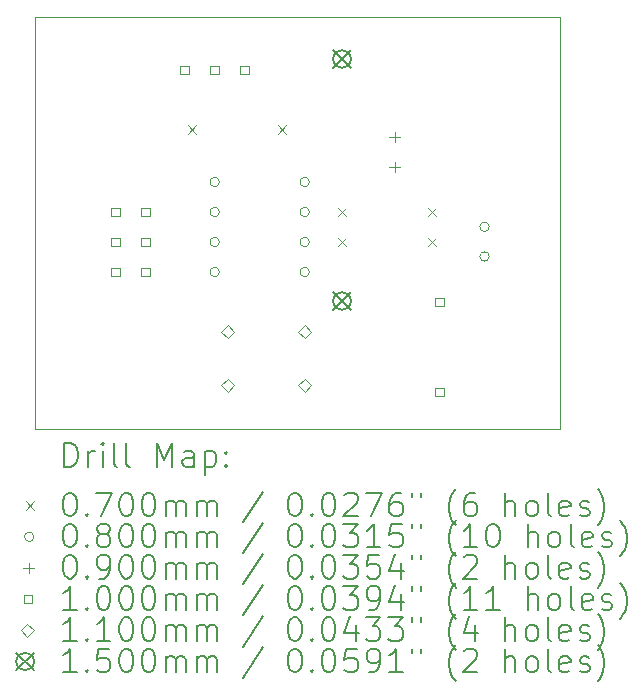
<source format=gbr>
%TF.GenerationSoftware,KiCad,Pcbnew,6.0.8-1.fc36*%
%TF.CreationDate,2022-10-16T22:19:36-05:00*%
%TF.ProjectId,Pomodoro,506f6d6f-646f-4726-9f2e-6b696361645f,rev?*%
%TF.SameCoordinates,Original*%
%TF.FileFunction,Drillmap*%
%TF.FilePolarity,Positive*%
%FSLAX45Y45*%
G04 Gerber Fmt 4.5, Leading zero omitted, Abs format (unit mm)*
G04 Created by KiCad (PCBNEW 6.0.8-1.fc36) date 2022-10-16 22:19:36*
%MOMM*%
%LPD*%
G01*
G04 APERTURE LIST*
%ADD10C,0.100000*%
%ADD11C,0.200000*%
%ADD12C,0.070000*%
%ADD13C,0.080000*%
%ADD14C,0.090000*%
%ADD15C,0.110000*%
%ADD16C,0.150000*%
G04 APERTURE END LIST*
D10*
X11430000Y-13398500D02*
X6985000Y-13398500D01*
X6985000Y-13398500D02*
X6985000Y-9906000D01*
X6985000Y-9906000D02*
X11430000Y-9906000D01*
X11430000Y-9906000D02*
X11430000Y-13398500D01*
D11*
D12*
X8283500Y-10823500D02*
X8353500Y-10893500D01*
X8353500Y-10823500D02*
X8283500Y-10893500D01*
X9045500Y-10823500D02*
X9115500Y-10893500D01*
X9115500Y-10823500D02*
X9045500Y-10893500D01*
X9553500Y-11522000D02*
X9623500Y-11592000D01*
X9623500Y-11522000D02*
X9553500Y-11592000D01*
X9553500Y-11776000D02*
X9623500Y-11846000D01*
X9623500Y-11776000D02*
X9553500Y-11846000D01*
X10315500Y-11522000D02*
X10385500Y-11592000D01*
X10385500Y-11522000D02*
X10315500Y-11592000D01*
X10315500Y-11776000D02*
X10385500Y-11846000D01*
X10385500Y-11776000D02*
X10315500Y-11846000D01*
D13*
X8550000Y-11304000D02*
G75*
G03*
X8550000Y-11304000I-40000J0D01*
G01*
X8550000Y-11558000D02*
G75*
G03*
X8550000Y-11558000I-40000J0D01*
G01*
X8550000Y-11812000D02*
G75*
G03*
X8550000Y-11812000I-40000J0D01*
G01*
X8550000Y-12066000D02*
G75*
G03*
X8550000Y-12066000I-40000J0D01*
G01*
X9312000Y-11304000D02*
G75*
G03*
X9312000Y-11304000I-40000J0D01*
G01*
X9312000Y-11558000D02*
G75*
G03*
X9312000Y-11558000I-40000J0D01*
G01*
X9312000Y-11812000D02*
G75*
G03*
X9312000Y-11812000I-40000J0D01*
G01*
X9312000Y-12066000D02*
G75*
G03*
X9312000Y-12066000I-40000J0D01*
G01*
X10835000Y-11684000D02*
G75*
G03*
X10835000Y-11684000I-40000J0D01*
G01*
X10835000Y-11934000D02*
G75*
G03*
X10835000Y-11934000I-40000J0D01*
G01*
D14*
X10033000Y-10876500D02*
X10033000Y-10966500D01*
X9988000Y-10921500D02*
X10078000Y-10921500D01*
X10033000Y-11130500D02*
X10033000Y-11220500D01*
X9988000Y-11175500D02*
X10078000Y-11175500D01*
D10*
X7707106Y-11591856D02*
X7707106Y-11521144D01*
X7636394Y-11521144D01*
X7636394Y-11591856D01*
X7707106Y-11591856D01*
X7707106Y-11845856D02*
X7707106Y-11775144D01*
X7636394Y-11775144D01*
X7636394Y-11845856D01*
X7707106Y-11845856D01*
X7707106Y-12099856D02*
X7707106Y-12029144D01*
X7636394Y-12029144D01*
X7636394Y-12099856D01*
X7707106Y-12099856D01*
X7961106Y-11591856D02*
X7961106Y-11521144D01*
X7890394Y-11521144D01*
X7890394Y-11591856D01*
X7961106Y-11591856D01*
X7961106Y-11845856D02*
X7961106Y-11775144D01*
X7890394Y-11775144D01*
X7890394Y-11845856D01*
X7961106Y-11845856D01*
X7961106Y-12099856D02*
X7961106Y-12029144D01*
X7890394Y-12029144D01*
X7890394Y-12099856D01*
X7961106Y-12099856D01*
X8290356Y-10388356D02*
X8290356Y-10317644D01*
X8219644Y-10317644D01*
X8219644Y-10388356D01*
X8290356Y-10388356D01*
X8544356Y-10388356D02*
X8544356Y-10317644D01*
X8473644Y-10317644D01*
X8473644Y-10388356D01*
X8544356Y-10388356D01*
X8798356Y-10388356D02*
X8798356Y-10317644D01*
X8727644Y-10317644D01*
X8727644Y-10388356D01*
X8798356Y-10388356D01*
X10449356Y-12355356D02*
X10449356Y-12284644D01*
X10378644Y-12284644D01*
X10378644Y-12355356D01*
X10449356Y-12355356D01*
X10449356Y-13115356D02*
X10449356Y-13044644D01*
X10378644Y-13044644D01*
X10378644Y-13115356D01*
X10449356Y-13115356D01*
D15*
X8621000Y-12628000D02*
X8676000Y-12573000D01*
X8621000Y-12518000D01*
X8566000Y-12573000D01*
X8621000Y-12628000D01*
X8621000Y-13078000D02*
X8676000Y-13023000D01*
X8621000Y-12968000D01*
X8566000Y-13023000D01*
X8621000Y-13078000D01*
X9271000Y-12628000D02*
X9326000Y-12573000D01*
X9271000Y-12518000D01*
X9216000Y-12573000D01*
X9271000Y-12628000D01*
X9271000Y-13078000D02*
X9326000Y-13023000D01*
X9271000Y-12968000D01*
X9216000Y-13023000D01*
X9271000Y-13078000D01*
D16*
X9513500Y-10187892D02*
X9663500Y-10337892D01*
X9663500Y-10187892D02*
X9513500Y-10337892D01*
X9663500Y-10262892D02*
G75*
G03*
X9663500Y-10262892I-75000J0D01*
G01*
X9513500Y-12236892D02*
X9663500Y-12386892D01*
X9663500Y-12236892D02*
X9513500Y-12386892D01*
X9663500Y-12311892D02*
G75*
G03*
X9663500Y-12311892I-75000J0D01*
G01*
D11*
X7237619Y-13713976D02*
X7237619Y-13513976D01*
X7285238Y-13513976D01*
X7313809Y-13523500D01*
X7332857Y-13542548D01*
X7342381Y-13561595D01*
X7351905Y-13599690D01*
X7351905Y-13628262D01*
X7342381Y-13666357D01*
X7332857Y-13685405D01*
X7313809Y-13704452D01*
X7285238Y-13713976D01*
X7237619Y-13713976D01*
X7437619Y-13713976D02*
X7437619Y-13580643D01*
X7437619Y-13618738D02*
X7447143Y-13599690D01*
X7456667Y-13590167D01*
X7475714Y-13580643D01*
X7494762Y-13580643D01*
X7561428Y-13713976D02*
X7561428Y-13580643D01*
X7561428Y-13513976D02*
X7551905Y-13523500D01*
X7561428Y-13533024D01*
X7570952Y-13523500D01*
X7561428Y-13513976D01*
X7561428Y-13533024D01*
X7685238Y-13713976D02*
X7666190Y-13704452D01*
X7656667Y-13685405D01*
X7656667Y-13513976D01*
X7790000Y-13713976D02*
X7770952Y-13704452D01*
X7761428Y-13685405D01*
X7761428Y-13513976D01*
X8018571Y-13713976D02*
X8018571Y-13513976D01*
X8085238Y-13656833D01*
X8151905Y-13513976D01*
X8151905Y-13713976D01*
X8332857Y-13713976D02*
X8332857Y-13609214D01*
X8323333Y-13590167D01*
X8304286Y-13580643D01*
X8266190Y-13580643D01*
X8247143Y-13590167D01*
X8332857Y-13704452D02*
X8313809Y-13713976D01*
X8266190Y-13713976D01*
X8247143Y-13704452D01*
X8237619Y-13685405D01*
X8237619Y-13666357D01*
X8247143Y-13647309D01*
X8266190Y-13637786D01*
X8313809Y-13637786D01*
X8332857Y-13628262D01*
X8428095Y-13580643D02*
X8428095Y-13780643D01*
X8428095Y-13590167D02*
X8447143Y-13580643D01*
X8485238Y-13580643D01*
X8504286Y-13590167D01*
X8513810Y-13599690D01*
X8523333Y-13618738D01*
X8523333Y-13675881D01*
X8513810Y-13694928D01*
X8504286Y-13704452D01*
X8485238Y-13713976D01*
X8447143Y-13713976D01*
X8428095Y-13704452D01*
X8609048Y-13694928D02*
X8618571Y-13704452D01*
X8609048Y-13713976D01*
X8599524Y-13704452D01*
X8609048Y-13694928D01*
X8609048Y-13713976D01*
X8609048Y-13590167D02*
X8618571Y-13599690D01*
X8609048Y-13609214D01*
X8599524Y-13599690D01*
X8609048Y-13590167D01*
X8609048Y-13609214D01*
D12*
X6910000Y-14008500D02*
X6980000Y-14078500D01*
X6980000Y-14008500D02*
X6910000Y-14078500D01*
D11*
X7275714Y-13933976D02*
X7294762Y-13933976D01*
X7313809Y-13943500D01*
X7323333Y-13953024D01*
X7332857Y-13972071D01*
X7342381Y-14010167D01*
X7342381Y-14057786D01*
X7332857Y-14095881D01*
X7323333Y-14114928D01*
X7313809Y-14124452D01*
X7294762Y-14133976D01*
X7275714Y-14133976D01*
X7256667Y-14124452D01*
X7247143Y-14114928D01*
X7237619Y-14095881D01*
X7228095Y-14057786D01*
X7228095Y-14010167D01*
X7237619Y-13972071D01*
X7247143Y-13953024D01*
X7256667Y-13943500D01*
X7275714Y-13933976D01*
X7428095Y-14114928D02*
X7437619Y-14124452D01*
X7428095Y-14133976D01*
X7418571Y-14124452D01*
X7428095Y-14114928D01*
X7428095Y-14133976D01*
X7504286Y-13933976D02*
X7637619Y-13933976D01*
X7551905Y-14133976D01*
X7751905Y-13933976D02*
X7770952Y-13933976D01*
X7790000Y-13943500D01*
X7799524Y-13953024D01*
X7809048Y-13972071D01*
X7818571Y-14010167D01*
X7818571Y-14057786D01*
X7809048Y-14095881D01*
X7799524Y-14114928D01*
X7790000Y-14124452D01*
X7770952Y-14133976D01*
X7751905Y-14133976D01*
X7732857Y-14124452D01*
X7723333Y-14114928D01*
X7713809Y-14095881D01*
X7704286Y-14057786D01*
X7704286Y-14010167D01*
X7713809Y-13972071D01*
X7723333Y-13953024D01*
X7732857Y-13943500D01*
X7751905Y-13933976D01*
X7942381Y-13933976D02*
X7961428Y-13933976D01*
X7980476Y-13943500D01*
X7990000Y-13953024D01*
X7999524Y-13972071D01*
X8009048Y-14010167D01*
X8009048Y-14057786D01*
X7999524Y-14095881D01*
X7990000Y-14114928D01*
X7980476Y-14124452D01*
X7961428Y-14133976D01*
X7942381Y-14133976D01*
X7923333Y-14124452D01*
X7913809Y-14114928D01*
X7904286Y-14095881D01*
X7894762Y-14057786D01*
X7894762Y-14010167D01*
X7904286Y-13972071D01*
X7913809Y-13953024D01*
X7923333Y-13943500D01*
X7942381Y-13933976D01*
X8094762Y-14133976D02*
X8094762Y-14000643D01*
X8094762Y-14019690D02*
X8104286Y-14010167D01*
X8123333Y-14000643D01*
X8151905Y-14000643D01*
X8170952Y-14010167D01*
X8180476Y-14029214D01*
X8180476Y-14133976D01*
X8180476Y-14029214D02*
X8190000Y-14010167D01*
X8209048Y-14000643D01*
X8237619Y-14000643D01*
X8256667Y-14010167D01*
X8266190Y-14029214D01*
X8266190Y-14133976D01*
X8361428Y-14133976D02*
X8361428Y-14000643D01*
X8361428Y-14019690D02*
X8370952Y-14010167D01*
X8390000Y-14000643D01*
X8418571Y-14000643D01*
X8437619Y-14010167D01*
X8447143Y-14029214D01*
X8447143Y-14133976D01*
X8447143Y-14029214D02*
X8456667Y-14010167D01*
X8475714Y-14000643D01*
X8504286Y-14000643D01*
X8523333Y-14010167D01*
X8532857Y-14029214D01*
X8532857Y-14133976D01*
X8923333Y-13924452D02*
X8751905Y-14181595D01*
X9180476Y-13933976D02*
X9199524Y-13933976D01*
X9218571Y-13943500D01*
X9228095Y-13953024D01*
X9237619Y-13972071D01*
X9247143Y-14010167D01*
X9247143Y-14057786D01*
X9237619Y-14095881D01*
X9228095Y-14114928D01*
X9218571Y-14124452D01*
X9199524Y-14133976D01*
X9180476Y-14133976D01*
X9161429Y-14124452D01*
X9151905Y-14114928D01*
X9142381Y-14095881D01*
X9132857Y-14057786D01*
X9132857Y-14010167D01*
X9142381Y-13972071D01*
X9151905Y-13953024D01*
X9161429Y-13943500D01*
X9180476Y-13933976D01*
X9332857Y-14114928D02*
X9342381Y-14124452D01*
X9332857Y-14133976D01*
X9323333Y-14124452D01*
X9332857Y-14114928D01*
X9332857Y-14133976D01*
X9466190Y-13933976D02*
X9485238Y-13933976D01*
X9504286Y-13943500D01*
X9513810Y-13953024D01*
X9523333Y-13972071D01*
X9532857Y-14010167D01*
X9532857Y-14057786D01*
X9523333Y-14095881D01*
X9513810Y-14114928D01*
X9504286Y-14124452D01*
X9485238Y-14133976D01*
X9466190Y-14133976D01*
X9447143Y-14124452D01*
X9437619Y-14114928D01*
X9428095Y-14095881D01*
X9418571Y-14057786D01*
X9418571Y-14010167D01*
X9428095Y-13972071D01*
X9437619Y-13953024D01*
X9447143Y-13943500D01*
X9466190Y-13933976D01*
X9609048Y-13953024D02*
X9618571Y-13943500D01*
X9637619Y-13933976D01*
X9685238Y-13933976D01*
X9704286Y-13943500D01*
X9713810Y-13953024D01*
X9723333Y-13972071D01*
X9723333Y-13991119D01*
X9713810Y-14019690D01*
X9599524Y-14133976D01*
X9723333Y-14133976D01*
X9790000Y-13933976D02*
X9923333Y-13933976D01*
X9837619Y-14133976D01*
X10085238Y-13933976D02*
X10047143Y-13933976D01*
X10028095Y-13943500D01*
X10018571Y-13953024D01*
X9999524Y-13981595D01*
X9990000Y-14019690D01*
X9990000Y-14095881D01*
X9999524Y-14114928D01*
X10009048Y-14124452D01*
X10028095Y-14133976D01*
X10066190Y-14133976D01*
X10085238Y-14124452D01*
X10094762Y-14114928D01*
X10104286Y-14095881D01*
X10104286Y-14048262D01*
X10094762Y-14029214D01*
X10085238Y-14019690D01*
X10066190Y-14010167D01*
X10028095Y-14010167D01*
X10009048Y-14019690D01*
X9999524Y-14029214D01*
X9990000Y-14048262D01*
X10180476Y-13933976D02*
X10180476Y-13972071D01*
X10256667Y-13933976D02*
X10256667Y-13972071D01*
X10551905Y-14210167D02*
X10542381Y-14200643D01*
X10523333Y-14172071D01*
X10513810Y-14153024D01*
X10504286Y-14124452D01*
X10494762Y-14076833D01*
X10494762Y-14038738D01*
X10504286Y-13991119D01*
X10513810Y-13962548D01*
X10523333Y-13943500D01*
X10542381Y-13914928D01*
X10551905Y-13905405D01*
X10713810Y-13933976D02*
X10675714Y-13933976D01*
X10656667Y-13943500D01*
X10647143Y-13953024D01*
X10628095Y-13981595D01*
X10618571Y-14019690D01*
X10618571Y-14095881D01*
X10628095Y-14114928D01*
X10637619Y-14124452D01*
X10656667Y-14133976D01*
X10694762Y-14133976D01*
X10713810Y-14124452D01*
X10723333Y-14114928D01*
X10732857Y-14095881D01*
X10732857Y-14048262D01*
X10723333Y-14029214D01*
X10713810Y-14019690D01*
X10694762Y-14010167D01*
X10656667Y-14010167D01*
X10637619Y-14019690D01*
X10628095Y-14029214D01*
X10618571Y-14048262D01*
X10970952Y-14133976D02*
X10970952Y-13933976D01*
X11056667Y-14133976D02*
X11056667Y-14029214D01*
X11047143Y-14010167D01*
X11028095Y-14000643D01*
X10999524Y-14000643D01*
X10980476Y-14010167D01*
X10970952Y-14019690D01*
X11180476Y-14133976D02*
X11161429Y-14124452D01*
X11151905Y-14114928D01*
X11142381Y-14095881D01*
X11142381Y-14038738D01*
X11151905Y-14019690D01*
X11161429Y-14010167D01*
X11180476Y-14000643D01*
X11209048Y-14000643D01*
X11228095Y-14010167D01*
X11237619Y-14019690D01*
X11247143Y-14038738D01*
X11247143Y-14095881D01*
X11237619Y-14114928D01*
X11228095Y-14124452D01*
X11209048Y-14133976D01*
X11180476Y-14133976D01*
X11361428Y-14133976D02*
X11342381Y-14124452D01*
X11332857Y-14105405D01*
X11332857Y-13933976D01*
X11513809Y-14124452D02*
X11494762Y-14133976D01*
X11456667Y-14133976D01*
X11437619Y-14124452D01*
X11428095Y-14105405D01*
X11428095Y-14029214D01*
X11437619Y-14010167D01*
X11456667Y-14000643D01*
X11494762Y-14000643D01*
X11513809Y-14010167D01*
X11523333Y-14029214D01*
X11523333Y-14048262D01*
X11428095Y-14067309D01*
X11599524Y-14124452D02*
X11618571Y-14133976D01*
X11656667Y-14133976D01*
X11675714Y-14124452D01*
X11685238Y-14105405D01*
X11685238Y-14095881D01*
X11675714Y-14076833D01*
X11656667Y-14067309D01*
X11628095Y-14067309D01*
X11609048Y-14057786D01*
X11599524Y-14038738D01*
X11599524Y-14029214D01*
X11609048Y-14010167D01*
X11628095Y-14000643D01*
X11656667Y-14000643D01*
X11675714Y-14010167D01*
X11751905Y-14210167D02*
X11761428Y-14200643D01*
X11780476Y-14172071D01*
X11790000Y-14153024D01*
X11799524Y-14124452D01*
X11809048Y-14076833D01*
X11809048Y-14038738D01*
X11799524Y-13991119D01*
X11790000Y-13962548D01*
X11780476Y-13943500D01*
X11761428Y-13914928D01*
X11751905Y-13905405D01*
D13*
X6980000Y-14307500D02*
G75*
G03*
X6980000Y-14307500I-40000J0D01*
G01*
D11*
X7275714Y-14197976D02*
X7294762Y-14197976D01*
X7313809Y-14207500D01*
X7323333Y-14217024D01*
X7332857Y-14236071D01*
X7342381Y-14274167D01*
X7342381Y-14321786D01*
X7332857Y-14359881D01*
X7323333Y-14378928D01*
X7313809Y-14388452D01*
X7294762Y-14397976D01*
X7275714Y-14397976D01*
X7256667Y-14388452D01*
X7247143Y-14378928D01*
X7237619Y-14359881D01*
X7228095Y-14321786D01*
X7228095Y-14274167D01*
X7237619Y-14236071D01*
X7247143Y-14217024D01*
X7256667Y-14207500D01*
X7275714Y-14197976D01*
X7428095Y-14378928D02*
X7437619Y-14388452D01*
X7428095Y-14397976D01*
X7418571Y-14388452D01*
X7428095Y-14378928D01*
X7428095Y-14397976D01*
X7551905Y-14283690D02*
X7532857Y-14274167D01*
X7523333Y-14264643D01*
X7513809Y-14245595D01*
X7513809Y-14236071D01*
X7523333Y-14217024D01*
X7532857Y-14207500D01*
X7551905Y-14197976D01*
X7590000Y-14197976D01*
X7609048Y-14207500D01*
X7618571Y-14217024D01*
X7628095Y-14236071D01*
X7628095Y-14245595D01*
X7618571Y-14264643D01*
X7609048Y-14274167D01*
X7590000Y-14283690D01*
X7551905Y-14283690D01*
X7532857Y-14293214D01*
X7523333Y-14302738D01*
X7513809Y-14321786D01*
X7513809Y-14359881D01*
X7523333Y-14378928D01*
X7532857Y-14388452D01*
X7551905Y-14397976D01*
X7590000Y-14397976D01*
X7609048Y-14388452D01*
X7618571Y-14378928D01*
X7628095Y-14359881D01*
X7628095Y-14321786D01*
X7618571Y-14302738D01*
X7609048Y-14293214D01*
X7590000Y-14283690D01*
X7751905Y-14197976D02*
X7770952Y-14197976D01*
X7790000Y-14207500D01*
X7799524Y-14217024D01*
X7809048Y-14236071D01*
X7818571Y-14274167D01*
X7818571Y-14321786D01*
X7809048Y-14359881D01*
X7799524Y-14378928D01*
X7790000Y-14388452D01*
X7770952Y-14397976D01*
X7751905Y-14397976D01*
X7732857Y-14388452D01*
X7723333Y-14378928D01*
X7713809Y-14359881D01*
X7704286Y-14321786D01*
X7704286Y-14274167D01*
X7713809Y-14236071D01*
X7723333Y-14217024D01*
X7732857Y-14207500D01*
X7751905Y-14197976D01*
X7942381Y-14197976D02*
X7961428Y-14197976D01*
X7980476Y-14207500D01*
X7990000Y-14217024D01*
X7999524Y-14236071D01*
X8009048Y-14274167D01*
X8009048Y-14321786D01*
X7999524Y-14359881D01*
X7990000Y-14378928D01*
X7980476Y-14388452D01*
X7961428Y-14397976D01*
X7942381Y-14397976D01*
X7923333Y-14388452D01*
X7913809Y-14378928D01*
X7904286Y-14359881D01*
X7894762Y-14321786D01*
X7894762Y-14274167D01*
X7904286Y-14236071D01*
X7913809Y-14217024D01*
X7923333Y-14207500D01*
X7942381Y-14197976D01*
X8094762Y-14397976D02*
X8094762Y-14264643D01*
X8094762Y-14283690D02*
X8104286Y-14274167D01*
X8123333Y-14264643D01*
X8151905Y-14264643D01*
X8170952Y-14274167D01*
X8180476Y-14293214D01*
X8180476Y-14397976D01*
X8180476Y-14293214D02*
X8190000Y-14274167D01*
X8209048Y-14264643D01*
X8237619Y-14264643D01*
X8256667Y-14274167D01*
X8266190Y-14293214D01*
X8266190Y-14397976D01*
X8361428Y-14397976D02*
X8361428Y-14264643D01*
X8361428Y-14283690D02*
X8370952Y-14274167D01*
X8390000Y-14264643D01*
X8418571Y-14264643D01*
X8437619Y-14274167D01*
X8447143Y-14293214D01*
X8447143Y-14397976D01*
X8447143Y-14293214D02*
X8456667Y-14274167D01*
X8475714Y-14264643D01*
X8504286Y-14264643D01*
X8523333Y-14274167D01*
X8532857Y-14293214D01*
X8532857Y-14397976D01*
X8923333Y-14188452D02*
X8751905Y-14445595D01*
X9180476Y-14197976D02*
X9199524Y-14197976D01*
X9218571Y-14207500D01*
X9228095Y-14217024D01*
X9237619Y-14236071D01*
X9247143Y-14274167D01*
X9247143Y-14321786D01*
X9237619Y-14359881D01*
X9228095Y-14378928D01*
X9218571Y-14388452D01*
X9199524Y-14397976D01*
X9180476Y-14397976D01*
X9161429Y-14388452D01*
X9151905Y-14378928D01*
X9142381Y-14359881D01*
X9132857Y-14321786D01*
X9132857Y-14274167D01*
X9142381Y-14236071D01*
X9151905Y-14217024D01*
X9161429Y-14207500D01*
X9180476Y-14197976D01*
X9332857Y-14378928D02*
X9342381Y-14388452D01*
X9332857Y-14397976D01*
X9323333Y-14388452D01*
X9332857Y-14378928D01*
X9332857Y-14397976D01*
X9466190Y-14197976D02*
X9485238Y-14197976D01*
X9504286Y-14207500D01*
X9513810Y-14217024D01*
X9523333Y-14236071D01*
X9532857Y-14274167D01*
X9532857Y-14321786D01*
X9523333Y-14359881D01*
X9513810Y-14378928D01*
X9504286Y-14388452D01*
X9485238Y-14397976D01*
X9466190Y-14397976D01*
X9447143Y-14388452D01*
X9437619Y-14378928D01*
X9428095Y-14359881D01*
X9418571Y-14321786D01*
X9418571Y-14274167D01*
X9428095Y-14236071D01*
X9437619Y-14217024D01*
X9447143Y-14207500D01*
X9466190Y-14197976D01*
X9599524Y-14197976D02*
X9723333Y-14197976D01*
X9656667Y-14274167D01*
X9685238Y-14274167D01*
X9704286Y-14283690D01*
X9713810Y-14293214D01*
X9723333Y-14312262D01*
X9723333Y-14359881D01*
X9713810Y-14378928D01*
X9704286Y-14388452D01*
X9685238Y-14397976D01*
X9628095Y-14397976D01*
X9609048Y-14388452D01*
X9599524Y-14378928D01*
X9913810Y-14397976D02*
X9799524Y-14397976D01*
X9856667Y-14397976D02*
X9856667Y-14197976D01*
X9837619Y-14226548D01*
X9818571Y-14245595D01*
X9799524Y-14255119D01*
X10094762Y-14197976D02*
X9999524Y-14197976D01*
X9990000Y-14293214D01*
X9999524Y-14283690D01*
X10018571Y-14274167D01*
X10066190Y-14274167D01*
X10085238Y-14283690D01*
X10094762Y-14293214D01*
X10104286Y-14312262D01*
X10104286Y-14359881D01*
X10094762Y-14378928D01*
X10085238Y-14388452D01*
X10066190Y-14397976D01*
X10018571Y-14397976D01*
X9999524Y-14388452D01*
X9990000Y-14378928D01*
X10180476Y-14197976D02*
X10180476Y-14236071D01*
X10256667Y-14197976D02*
X10256667Y-14236071D01*
X10551905Y-14474167D02*
X10542381Y-14464643D01*
X10523333Y-14436071D01*
X10513810Y-14417024D01*
X10504286Y-14388452D01*
X10494762Y-14340833D01*
X10494762Y-14302738D01*
X10504286Y-14255119D01*
X10513810Y-14226548D01*
X10523333Y-14207500D01*
X10542381Y-14178928D01*
X10551905Y-14169405D01*
X10732857Y-14397976D02*
X10618571Y-14397976D01*
X10675714Y-14397976D02*
X10675714Y-14197976D01*
X10656667Y-14226548D01*
X10637619Y-14245595D01*
X10618571Y-14255119D01*
X10856667Y-14197976D02*
X10875714Y-14197976D01*
X10894762Y-14207500D01*
X10904286Y-14217024D01*
X10913810Y-14236071D01*
X10923333Y-14274167D01*
X10923333Y-14321786D01*
X10913810Y-14359881D01*
X10904286Y-14378928D01*
X10894762Y-14388452D01*
X10875714Y-14397976D01*
X10856667Y-14397976D01*
X10837619Y-14388452D01*
X10828095Y-14378928D01*
X10818571Y-14359881D01*
X10809048Y-14321786D01*
X10809048Y-14274167D01*
X10818571Y-14236071D01*
X10828095Y-14217024D01*
X10837619Y-14207500D01*
X10856667Y-14197976D01*
X11161429Y-14397976D02*
X11161429Y-14197976D01*
X11247143Y-14397976D02*
X11247143Y-14293214D01*
X11237619Y-14274167D01*
X11218571Y-14264643D01*
X11190000Y-14264643D01*
X11170952Y-14274167D01*
X11161429Y-14283690D01*
X11370952Y-14397976D02*
X11351905Y-14388452D01*
X11342381Y-14378928D01*
X11332857Y-14359881D01*
X11332857Y-14302738D01*
X11342381Y-14283690D01*
X11351905Y-14274167D01*
X11370952Y-14264643D01*
X11399524Y-14264643D01*
X11418571Y-14274167D01*
X11428095Y-14283690D01*
X11437619Y-14302738D01*
X11437619Y-14359881D01*
X11428095Y-14378928D01*
X11418571Y-14388452D01*
X11399524Y-14397976D01*
X11370952Y-14397976D01*
X11551905Y-14397976D02*
X11532857Y-14388452D01*
X11523333Y-14369405D01*
X11523333Y-14197976D01*
X11704286Y-14388452D02*
X11685238Y-14397976D01*
X11647143Y-14397976D01*
X11628095Y-14388452D01*
X11618571Y-14369405D01*
X11618571Y-14293214D01*
X11628095Y-14274167D01*
X11647143Y-14264643D01*
X11685238Y-14264643D01*
X11704286Y-14274167D01*
X11713809Y-14293214D01*
X11713809Y-14312262D01*
X11618571Y-14331309D01*
X11790000Y-14388452D02*
X11809048Y-14397976D01*
X11847143Y-14397976D01*
X11866190Y-14388452D01*
X11875714Y-14369405D01*
X11875714Y-14359881D01*
X11866190Y-14340833D01*
X11847143Y-14331309D01*
X11818571Y-14331309D01*
X11799524Y-14321786D01*
X11790000Y-14302738D01*
X11790000Y-14293214D01*
X11799524Y-14274167D01*
X11818571Y-14264643D01*
X11847143Y-14264643D01*
X11866190Y-14274167D01*
X11942381Y-14474167D02*
X11951905Y-14464643D01*
X11970952Y-14436071D01*
X11980476Y-14417024D01*
X11990000Y-14388452D01*
X11999524Y-14340833D01*
X11999524Y-14302738D01*
X11990000Y-14255119D01*
X11980476Y-14226548D01*
X11970952Y-14207500D01*
X11951905Y-14178928D01*
X11942381Y-14169405D01*
D14*
X6935000Y-14526500D02*
X6935000Y-14616500D01*
X6890000Y-14571500D02*
X6980000Y-14571500D01*
D11*
X7275714Y-14461976D02*
X7294762Y-14461976D01*
X7313809Y-14471500D01*
X7323333Y-14481024D01*
X7332857Y-14500071D01*
X7342381Y-14538167D01*
X7342381Y-14585786D01*
X7332857Y-14623881D01*
X7323333Y-14642928D01*
X7313809Y-14652452D01*
X7294762Y-14661976D01*
X7275714Y-14661976D01*
X7256667Y-14652452D01*
X7247143Y-14642928D01*
X7237619Y-14623881D01*
X7228095Y-14585786D01*
X7228095Y-14538167D01*
X7237619Y-14500071D01*
X7247143Y-14481024D01*
X7256667Y-14471500D01*
X7275714Y-14461976D01*
X7428095Y-14642928D02*
X7437619Y-14652452D01*
X7428095Y-14661976D01*
X7418571Y-14652452D01*
X7428095Y-14642928D01*
X7428095Y-14661976D01*
X7532857Y-14661976D02*
X7570952Y-14661976D01*
X7590000Y-14652452D01*
X7599524Y-14642928D01*
X7618571Y-14614357D01*
X7628095Y-14576262D01*
X7628095Y-14500071D01*
X7618571Y-14481024D01*
X7609048Y-14471500D01*
X7590000Y-14461976D01*
X7551905Y-14461976D01*
X7532857Y-14471500D01*
X7523333Y-14481024D01*
X7513809Y-14500071D01*
X7513809Y-14547690D01*
X7523333Y-14566738D01*
X7532857Y-14576262D01*
X7551905Y-14585786D01*
X7590000Y-14585786D01*
X7609048Y-14576262D01*
X7618571Y-14566738D01*
X7628095Y-14547690D01*
X7751905Y-14461976D02*
X7770952Y-14461976D01*
X7790000Y-14471500D01*
X7799524Y-14481024D01*
X7809048Y-14500071D01*
X7818571Y-14538167D01*
X7818571Y-14585786D01*
X7809048Y-14623881D01*
X7799524Y-14642928D01*
X7790000Y-14652452D01*
X7770952Y-14661976D01*
X7751905Y-14661976D01*
X7732857Y-14652452D01*
X7723333Y-14642928D01*
X7713809Y-14623881D01*
X7704286Y-14585786D01*
X7704286Y-14538167D01*
X7713809Y-14500071D01*
X7723333Y-14481024D01*
X7732857Y-14471500D01*
X7751905Y-14461976D01*
X7942381Y-14461976D02*
X7961428Y-14461976D01*
X7980476Y-14471500D01*
X7990000Y-14481024D01*
X7999524Y-14500071D01*
X8009048Y-14538167D01*
X8009048Y-14585786D01*
X7999524Y-14623881D01*
X7990000Y-14642928D01*
X7980476Y-14652452D01*
X7961428Y-14661976D01*
X7942381Y-14661976D01*
X7923333Y-14652452D01*
X7913809Y-14642928D01*
X7904286Y-14623881D01*
X7894762Y-14585786D01*
X7894762Y-14538167D01*
X7904286Y-14500071D01*
X7913809Y-14481024D01*
X7923333Y-14471500D01*
X7942381Y-14461976D01*
X8094762Y-14661976D02*
X8094762Y-14528643D01*
X8094762Y-14547690D02*
X8104286Y-14538167D01*
X8123333Y-14528643D01*
X8151905Y-14528643D01*
X8170952Y-14538167D01*
X8180476Y-14557214D01*
X8180476Y-14661976D01*
X8180476Y-14557214D02*
X8190000Y-14538167D01*
X8209048Y-14528643D01*
X8237619Y-14528643D01*
X8256667Y-14538167D01*
X8266190Y-14557214D01*
X8266190Y-14661976D01*
X8361428Y-14661976D02*
X8361428Y-14528643D01*
X8361428Y-14547690D02*
X8370952Y-14538167D01*
X8390000Y-14528643D01*
X8418571Y-14528643D01*
X8437619Y-14538167D01*
X8447143Y-14557214D01*
X8447143Y-14661976D01*
X8447143Y-14557214D02*
X8456667Y-14538167D01*
X8475714Y-14528643D01*
X8504286Y-14528643D01*
X8523333Y-14538167D01*
X8532857Y-14557214D01*
X8532857Y-14661976D01*
X8923333Y-14452452D02*
X8751905Y-14709595D01*
X9180476Y-14461976D02*
X9199524Y-14461976D01*
X9218571Y-14471500D01*
X9228095Y-14481024D01*
X9237619Y-14500071D01*
X9247143Y-14538167D01*
X9247143Y-14585786D01*
X9237619Y-14623881D01*
X9228095Y-14642928D01*
X9218571Y-14652452D01*
X9199524Y-14661976D01*
X9180476Y-14661976D01*
X9161429Y-14652452D01*
X9151905Y-14642928D01*
X9142381Y-14623881D01*
X9132857Y-14585786D01*
X9132857Y-14538167D01*
X9142381Y-14500071D01*
X9151905Y-14481024D01*
X9161429Y-14471500D01*
X9180476Y-14461976D01*
X9332857Y-14642928D02*
X9342381Y-14652452D01*
X9332857Y-14661976D01*
X9323333Y-14652452D01*
X9332857Y-14642928D01*
X9332857Y-14661976D01*
X9466190Y-14461976D02*
X9485238Y-14461976D01*
X9504286Y-14471500D01*
X9513810Y-14481024D01*
X9523333Y-14500071D01*
X9532857Y-14538167D01*
X9532857Y-14585786D01*
X9523333Y-14623881D01*
X9513810Y-14642928D01*
X9504286Y-14652452D01*
X9485238Y-14661976D01*
X9466190Y-14661976D01*
X9447143Y-14652452D01*
X9437619Y-14642928D01*
X9428095Y-14623881D01*
X9418571Y-14585786D01*
X9418571Y-14538167D01*
X9428095Y-14500071D01*
X9437619Y-14481024D01*
X9447143Y-14471500D01*
X9466190Y-14461976D01*
X9599524Y-14461976D02*
X9723333Y-14461976D01*
X9656667Y-14538167D01*
X9685238Y-14538167D01*
X9704286Y-14547690D01*
X9713810Y-14557214D01*
X9723333Y-14576262D01*
X9723333Y-14623881D01*
X9713810Y-14642928D01*
X9704286Y-14652452D01*
X9685238Y-14661976D01*
X9628095Y-14661976D01*
X9609048Y-14652452D01*
X9599524Y-14642928D01*
X9904286Y-14461976D02*
X9809048Y-14461976D01*
X9799524Y-14557214D01*
X9809048Y-14547690D01*
X9828095Y-14538167D01*
X9875714Y-14538167D01*
X9894762Y-14547690D01*
X9904286Y-14557214D01*
X9913810Y-14576262D01*
X9913810Y-14623881D01*
X9904286Y-14642928D01*
X9894762Y-14652452D01*
X9875714Y-14661976D01*
X9828095Y-14661976D01*
X9809048Y-14652452D01*
X9799524Y-14642928D01*
X10085238Y-14528643D02*
X10085238Y-14661976D01*
X10037619Y-14452452D02*
X9990000Y-14595309D01*
X10113810Y-14595309D01*
X10180476Y-14461976D02*
X10180476Y-14500071D01*
X10256667Y-14461976D02*
X10256667Y-14500071D01*
X10551905Y-14738167D02*
X10542381Y-14728643D01*
X10523333Y-14700071D01*
X10513810Y-14681024D01*
X10504286Y-14652452D01*
X10494762Y-14604833D01*
X10494762Y-14566738D01*
X10504286Y-14519119D01*
X10513810Y-14490548D01*
X10523333Y-14471500D01*
X10542381Y-14442928D01*
X10551905Y-14433405D01*
X10618571Y-14481024D02*
X10628095Y-14471500D01*
X10647143Y-14461976D01*
X10694762Y-14461976D01*
X10713810Y-14471500D01*
X10723333Y-14481024D01*
X10732857Y-14500071D01*
X10732857Y-14519119D01*
X10723333Y-14547690D01*
X10609048Y-14661976D01*
X10732857Y-14661976D01*
X10970952Y-14661976D02*
X10970952Y-14461976D01*
X11056667Y-14661976D02*
X11056667Y-14557214D01*
X11047143Y-14538167D01*
X11028095Y-14528643D01*
X10999524Y-14528643D01*
X10980476Y-14538167D01*
X10970952Y-14547690D01*
X11180476Y-14661976D02*
X11161429Y-14652452D01*
X11151905Y-14642928D01*
X11142381Y-14623881D01*
X11142381Y-14566738D01*
X11151905Y-14547690D01*
X11161429Y-14538167D01*
X11180476Y-14528643D01*
X11209048Y-14528643D01*
X11228095Y-14538167D01*
X11237619Y-14547690D01*
X11247143Y-14566738D01*
X11247143Y-14623881D01*
X11237619Y-14642928D01*
X11228095Y-14652452D01*
X11209048Y-14661976D01*
X11180476Y-14661976D01*
X11361428Y-14661976D02*
X11342381Y-14652452D01*
X11332857Y-14633405D01*
X11332857Y-14461976D01*
X11513809Y-14652452D02*
X11494762Y-14661976D01*
X11456667Y-14661976D01*
X11437619Y-14652452D01*
X11428095Y-14633405D01*
X11428095Y-14557214D01*
X11437619Y-14538167D01*
X11456667Y-14528643D01*
X11494762Y-14528643D01*
X11513809Y-14538167D01*
X11523333Y-14557214D01*
X11523333Y-14576262D01*
X11428095Y-14595309D01*
X11599524Y-14652452D02*
X11618571Y-14661976D01*
X11656667Y-14661976D01*
X11675714Y-14652452D01*
X11685238Y-14633405D01*
X11685238Y-14623881D01*
X11675714Y-14604833D01*
X11656667Y-14595309D01*
X11628095Y-14595309D01*
X11609048Y-14585786D01*
X11599524Y-14566738D01*
X11599524Y-14557214D01*
X11609048Y-14538167D01*
X11628095Y-14528643D01*
X11656667Y-14528643D01*
X11675714Y-14538167D01*
X11751905Y-14738167D02*
X11761428Y-14728643D01*
X11780476Y-14700071D01*
X11790000Y-14681024D01*
X11799524Y-14652452D01*
X11809048Y-14604833D01*
X11809048Y-14566738D01*
X11799524Y-14519119D01*
X11790000Y-14490548D01*
X11780476Y-14471500D01*
X11761428Y-14442928D01*
X11751905Y-14433405D01*
D10*
X6965356Y-14870856D02*
X6965356Y-14800144D01*
X6894644Y-14800144D01*
X6894644Y-14870856D01*
X6965356Y-14870856D01*
D11*
X7342381Y-14925976D02*
X7228095Y-14925976D01*
X7285238Y-14925976D02*
X7285238Y-14725976D01*
X7266190Y-14754548D01*
X7247143Y-14773595D01*
X7228095Y-14783119D01*
X7428095Y-14906928D02*
X7437619Y-14916452D01*
X7428095Y-14925976D01*
X7418571Y-14916452D01*
X7428095Y-14906928D01*
X7428095Y-14925976D01*
X7561428Y-14725976D02*
X7580476Y-14725976D01*
X7599524Y-14735500D01*
X7609048Y-14745024D01*
X7618571Y-14764071D01*
X7628095Y-14802167D01*
X7628095Y-14849786D01*
X7618571Y-14887881D01*
X7609048Y-14906928D01*
X7599524Y-14916452D01*
X7580476Y-14925976D01*
X7561428Y-14925976D01*
X7542381Y-14916452D01*
X7532857Y-14906928D01*
X7523333Y-14887881D01*
X7513809Y-14849786D01*
X7513809Y-14802167D01*
X7523333Y-14764071D01*
X7532857Y-14745024D01*
X7542381Y-14735500D01*
X7561428Y-14725976D01*
X7751905Y-14725976D02*
X7770952Y-14725976D01*
X7790000Y-14735500D01*
X7799524Y-14745024D01*
X7809048Y-14764071D01*
X7818571Y-14802167D01*
X7818571Y-14849786D01*
X7809048Y-14887881D01*
X7799524Y-14906928D01*
X7790000Y-14916452D01*
X7770952Y-14925976D01*
X7751905Y-14925976D01*
X7732857Y-14916452D01*
X7723333Y-14906928D01*
X7713809Y-14887881D01*
X7704286Y-14849786D01*
X7704286Y-14802167D01*
X7713809Y-14764071D01*
X7723333Y-14745024D01*
X7732857Y-14735500D01*
X7751905Y-14725976D01*
X7942381Y-14725976D02*
X7961428Y-14725976D01*
X7980476Y-14735500D01*
X7990000Y-14745024D01*
X7999524Y-14764071D01*
X8009048Y-14802167D01*
X8009048Y-14849786D01*
X7999524Y-14887881D01*
X7990000Y-14906928D01*
X7980476Y-14916452D01*
X7961428Y-14925976D01*
X7942381Y-14925976D01*
X7923333Y-14916452D01*
X7913809Y-14906928D01*
X7904286Y-14887881D01*
X7894762Y-14849786D01*
X7894762Y-14802167D01*
X7904286Y-14764071D01*
X7913809Y-14745024D01*
X7923333Y-14735500D01*
X7942381Y-14725976D01*
X8094762Y-14925976D02*
X8094762Y-14792643D01*
X8094762Y-14811690D02*
X8104286Y-14802167D01*
X8123333Y-14792643D01*
X8151905Y-14792643D01*
X8170952Y-14802167D01*
X8180476Y-14821214D01*
X8180476Y-14925976D01*
X8180476Y-14821214D02*
X8190000Y-14802167D01*
X8209048Y-14792643D01*
X8237619Y-14792643D01*
X8256667Y-14802167D01*
X8266190Y-14821214D01*
X8266190Y-14925976D01*
X8361428Y-14925976D02*
X8361428Y-14792643D01*
X8361428Y-14811690D02*
X8370952Y-14802167D01*
X8390000Y-14792643D01*
X8418571Y-14792643D01*
X8437619Y-14802167D01*
X8447143Y-14821214D01*
X8447143Y-14925976D01*
X8447143Y-14821214D02*
X8456667Y-14802167D01*
X8475714Y-14792643D01*
X8504286Y-14792643D01*
X8523333Y-14802167D01*
X8532857Y-14821214D01*
X8532857Y-14925976D01*
X8923333Y-14716452D02*
X8751905Y-14973595D01*
X9180476Y-14725976D02*
X9199524Y-14725976D01*
X9218571Y-14735500D01*
X9228095Y-14745024D01*
X9237619Y-14764071D01*
X9247143Y-14802167D01*
X9247143Y-14849786D01*
X9237619Y-14887881D01*
X9228095Y-14906928D01*
X9218571Y-14916452D01*
X9199524Y-14925976D01*
X9180476Y-14925976D01*
X9161429Y-14916452D01*
X9151905Y-14906928D01*
X9142381Y-14887881D01*
X9132857Y-14849786D01*
X9132857Y-14802167D01*
X9142381Y-14764071D01*
X9151905Y-14745024D01*
X9161429Y-14735500D01*
X9180476Y-14725976D01*
X9332857Y-14906928D02*
X9342381Y-14916452D01*
X9332857Y-14925976D01*
X9323333Y-14916452D01*
X9332857Y-14906928D01*
X9332857Y-14925976D01*
X9466190Y-14725976D02*
X9485238Y-14725976D01*
X9504286Y-14735500D01*
X9513810Y-14745024D01*
X9523333Y-14764071D01*
X9532857Y-14802167D01*
X9532857Y-14849786D01*
X9523333Y-14887881D01*
X9513810Y-14906928D01*
X9504286Y-14916452D01*
X9485238Y-14925976D01*
X9466190Y-14925976D01*
X9447143Y-14916452D01*
X9437619Y-14906928D01*
X9428095Y-14887881D01*
X9418571Y-14849786D01*
X9418571Y-14802167D01*
X9428095Y-14764071D01*
X9437619Y-14745024D01*
X9447143Y-14735500D01*
X9466190Y-14725976D01*
X9599524Y-14725976D02*
X9723333Y-14725976D01*
X9656667Y-14802167D01*
X9685238Y-14802167D01*
X9704286Y-14811690D01*
X9713810Y-14821214D01*
X9723333Y-14840262D01*
X9723333Y-14887881D01*
X9713810Y-14906928D01*
X9704286Y-14916452D01*
X9685238Y-14925976D01*
X9628095Y-14925976D01*
X9609048Y-14916452D01*
X9599524Y-14906928D01*
X9818571Y-14925976D02*
X9856667Y-14925976D01*
X9875714Y-14916452D01*
X9885238Y-14906928D01*
X9904286Y-14878357D01*
X9913810Y-14840262D01*
X9913810Y-14764071D01*
X9904286Y-14745024D01*
X9894762Y-14735500D01*
X9875714Y-14725976D01*
X9837619Y-14725976D01*
X9818571Y-14735500D01*
X9809048Y-14745024D01*
X9799524Y-14764071D01*
X9799524Y-14811690D01*
X9809048Y-14830738D01*
X9818571Y-14840262D01*
X9837619Y-14849786D01*
X9875714Y-14849786D01*
X9894762Y-14840262D01*
X9904286Y-14830738D01*
X9913810Y-14811690D01*
X10085238Y-14792643D02*
X10085238Y-14925976D01*
X10037619Y-14716452D02*
X9990000Y-14859309D01*
X10113810Y-14859309D01*
X10180476Y-14725976D02*
X10180476Y-14764071D01*
X10256667Y-14725976D02*
X10256667Y-14764071D01*
X10551905Y-15002167D02*
X10542381Y-14992643D01*
X10523333Y-14964071D01*
X10513810Y-14945024D01*
X10504286Y-14916452D01*
X10494762Y-14868833D01*
X10494762Y-14830738D01*
X10504286Y-14783119D01*
X10513810Y-14754548D01*
X10523333Y-14735500D01*
X10542381Y-14706928D01*
X10551905Y-14697405D01*
X10732857Y-14925976D02*
X10618571Y-14925976D01*
X10675714Y-14925976D02*
X10675714Y-14725976D01*
X10656667Y-14754548D01*
X10637619Y-14773595D01*
X10618571Y-14783119D01*
X10923333Y-14925976D02*
X10809048Y-14925976D01*
X10866190Y-14925976D02*
X10866190Y-14725976D01*
X10847143Y-14754548D01*
X10828095Y-14773595D01*
X10809048Y-14783119D01*
X11161429Y-14925976D02*
X11161429Y-14725976D01*
X11247143Y-14925976D02*
X11247143Y-14821214D01*
X11237619Y-14802167D01*
X11218571Y-14792643D01*
X11190000Y-14792643D01*
X11170952Y-14802167D01*
X11161429Y-14811690D01*
X11370952Y-14925976D02*
X11351905Y-14916452D01*
X11342381Y-14906928D01*
X11332857Y-14887881D01*
X11332857Y-14830738D01*
X11342381Y-14811690D01*
X11351905Y-14802167D01*
X11370952Y-14792643D01*
X11399524Y-14792643D01*
X11418571Y-14802167D01*
X11428095Y-14811690D01*
X11437619Y-14830738D01*
X11437619Y-14887881D01*
X11428095Y-14906928D01*
X11418571Y-14916452D01*
X11399524Y-14925976D01*
X11370952Y-14925976D01*
X11551905Y-14925976D02*
X11532857Y-14916452D01*
X11523333Y-14897405D01*
X11523333Y-14725976D01*
X11704286Y-14916452D02*
X11685238Y-14925976D01*
X11647143Y-14925976D01*
X11628095Y-14916452D01*
X11618571Y-14897405D01*
X11618571Y-14821214D01*
X11628095Y-14802167D01*
X11647143Y-14792643D01*
X11685238Y-14792643D01*
X11704286Y-14802167D01*
X11713809Y-14821214D01*
X11713809Y-14840262D01*
X11618571Y-14859309D01*
X11790000Y-14916452D02*
X11809048Y-14925976D01*
X11847143Y-14925976D01*
X11866190Y-14916452D01*
X11875714Y-14897405D01*
X11875714Y-14887881D01*
X11866190Y-14868833D01*
X11847143Y-14859309D01*
X11818571Y-14859309D01*
X11799524Y-14849786D01*
X11790000Y-14830738D01*
X11790000Y-14821214D01*
X11799524Y-14802167D01*
X11818571Y-14792643D01*
X11847143Y-14792643D01*
X11866190Y-14802167D01*
X11942381Y-15002167D02*
X11951905Y-14992643D01*
X11970952Y-14964071D01*
X11980476Y-14945024D01*
X11990000Y-14916452D01*
X11999524Y-14868833D01*
X11999524Y-14830738D01*
X11990000Y-14783119D01*
X11980476Y-14754548D01*
X11970952Y-14735500D01*
X11951905Y-14706928D01*
X11942381Y-14697405D01*
D15*
X6925000Y-15154500D02*
X6980000Y-15099500D01*
X6925000Y-15044500D01*
X6870000Y-15099500D01*
X6925000Y-15154500D01*
D11*
X7342381Y-15189976D02*
X7228095Y-15189976D01*
X7285238Y-15189976D02*
X7285238Y-14989976D01*
X7266190Y-15018548D01*
X7247143Y-15037595D01*
X7228095Y-15047119D01*
X7428095Y-15170928D02*
X7437619Y-15180452D01*
X7428095Y-15189976D01*
X7418571Y-15180452D01*
X7428095Y-15170928D01*
X7428095Y-15189976D01*
X7628095Y-15189976D02*
X7513809Y-15189976D01*
X7570952Y-15189976D02*
X7570952Y-14989976D01*
X7551905Y-15018548D01*
X7532857Y-15037595D01*
X7513809Y-15047119D01*
X7751905Y-14989976D02*
X7770952Y-14989976D01*
X7790000Y-14999500D01*
X7799524Y-15009024D01*
X7809048Y-15028071D01*
X7818571Y-15066167D01*
X7818571Y-15113786D01*
X7809048Y-15151881D01*
X7799524Y-15170928D01*
X7790000Y-15180452D01*
X7770952Y-15189976D01*
X7751905Y-15189976D01*
X7732857Y-15180452D01*
X7723333Y-15170928D01*
X7713809Y-15151881D01*
X7704286Y-15113786D01*
X7704286Y-15066167D01*
X7713809Y-15028071D01*
X7723333Y-15009024D01*
X7732857Y-14999500D01*
X7751905Y-14989976D01*
X7942381Y-14989976D02*
X7961428Y-14989976D01*
X7980476Y-14999500D01*
X7990000Y-15009024D01*
X7999524Y-15028071D01*
X8009048Y-15066167D01*
X8009048Y-15113786D01*
X7999524Y-15151881D01*
X7990000Y-15170928D01*
X7980476Y-15180452D01*
X7961428Y-15189976D01*
X7942381Y-15189976D01*
X7923333Y-15180452D01*
X7913809Y-15170928D01*
X7904286Y-15151881D01*
X7894762Y-15113786D01*
X7894762Y-15066167D01*
X7904286Y-15028071D01*
X7913809Y-15009024D01*
X7923333Y-14999500D01*
X7942381Y-14989976D01*
X8094762Y-15189976D02*
X8094762Y-15056643D01*
X8094762Y-15075690D02*
X8104286Y-15066167D01*
X8123333Y-15056643D01*
X8151905Y-15056643D01*
X8170952Y-15066167D01*
X8180476Y-15085214D01*
X8180476Y-15189976D01*
X8180476Y-15085214D02*
X8190000Y-15066167D01*
X8209048Y-15056643D01*
X8237619Y-15056643D01*
X8256667Y-15066167D01*
X8266190Y-15085214D01*
X8266190Y-15189976D01*
X8361428Y-15189976D02*
X8361428Y-15056643D01*
X8361428Y-15075690D02*
X8370952Y-15066167D01*
X8390000Y-15056643D01*
X8418571Y-15056643D01*
X8437619Y-15066167D01*
X8447143Y-15085214D01*
X8447143Y-15189976D01*
X8447143Y-15085214D02*
X8456667Y-15066167D01*
X8475714Y-15056643D01*
X8504286Y-15056643D01*
X8523333Y-15066167D01*
X8532857Y-15085214D01*
X8532857Y-15189976D01*
X8923333Y-14980452D02*
X8751905Y-15237595D01*
X9180476Y-14989976D02*
X9199524Y-14989976D01*
X9218571Y-14999500D01*
X9228095Y-15009024D01*
X9237619Y-15028071D01*
X9247143Y-15066167D01*
X9247143Y-15113786D01*
X9237619Y-15151881D01*
X9228095Y-15170928D01*
X9218571Y-15180452D01*
X9199524Y-15189976D01*
X9180476Y-15189976D01*
X9161429Y-15180452D01*
X9151905Y-15170928D01*
X9142381Y-15151881D01*
X9132857Y-15113786D01*
X9132857Y-15066167D01*
X9142381Y-15028071D01*
X9151905Y-15009024D01*
X9161429Y-14999500D01*
X9180476Y-14989976D01*
X9332857Y-15170928D02*
X9342381Y-15180452D01*
X9332857Y-15189976D01*
X9323333Y-15180452D01*
X9332857Y-15170928D01*
X9332857Y-15189976D01*
X9466190Y-14989976D02*
X9485238Y-14989976D01*
X9504286Y-14999500D01*
X9513810Y-15009024D01*
X9523333Y-15028071D01*
X9532857Y-15066167D01*
X9532857Y-15113786D01*
X9523333Y-15151881D01*
X9513810Y-15170928D01*
X9504286Y-15180452D01*
X9485238Y-15189976D01*
X9466190Y-15189976D01*
X9447143Y-15180452D01*
X9437619Y-15170928D01*
X9428095Y-15151881D01*
X9418571Y-15113786D01*
X9418571Y-15066167D01*
X9428095Y-15028071D01*
X9437619Y-15009024D01*
X9447143Y-14999500D01*
X9466190Y-14989976D01*
X9704286Y-15056643D02*
X9704286Y-15189976D01*
X9656667Y-14980452D02*
X9609048Y-15123309D01*
X9732857Y-15123309D01*
X9790000Y-14989976D02*
X9913810Y-14989976D01*
X9847143Y-15066167D01*
X9875714Y-15066167D01*
X9894762Y-15075690D01*
X9904286Y-15085214D01*
X9913810Y-15104262D01*
X9913810Y-15151881D01*
X9904286Y-15170928D01*
X9894762Y-15180452D01*
X9875714Y-15189976D01*
X9818571Y-15189976D01*
X9799524Y-15180452D01*
X9790000Y-15170928D01*
X9980476Y-14989976D02*
X10104286Y-14989976D01*
X10037619Y-15066167D01*
X10066190Y-15066167D01*
X10085238Y-15075690D01*
X10094762Y-15085214D01*
X10104286Y-15104262D01*
X10104286Y-15151881D01*
X10094762Y-15170928D01*
X10085238Y-15180452D01*
X10066190Y-15189976D01*
X10009048Y-15189976D01*
X9990000Y-15180452D01*
X9980476Y-15170928D01*
X10180476Y-14989976D02*
X10180476Y-15028071D01*
X10256667Y-14989976D02*
X10256667Y-15028071D01*
X10551905Y-15266167D02*
X10542381Y-15256643D01*
X10523333Y-15228071D01*
X10513810Y-15209024D01*
X10504286Y-15180452D01*
X10494762Y-15132833D01*
X10494762Y-15094738D01*
X10504286Y-15047119D01*
X10513810Y-15018548D01*
X10523333Y-14999500D01*
X10542381Y-14970928D01*
X10551905Y-14961405D01*
X10713810Y-15056643D02*
X10713810Y-15189976D01*
X10666190Y-14980452D02*
X10618571Y-15123309D01*
X10742381Y-15123309D01*
X10970952Y-15189976D02*
X10970952Y-14989976D01*
X11056667Y-15189976D02*
X11056667Y-15085214D01*
X11047143Y-15066167D01*
X11028095Y-15056643D01*
X10999524Y-15056643D01*
X10980476Y-15066167D01*
X10970952Y-15075690D01*
X11180476Y-15189976D02*
X11161429Y-15180452D01*
X11151905Y-15170928D01*
X11142381Y-15151881D01*
X11142381Y-15094738D01*
X11151905Y-15075690D01*
X11161429Y-15066167D01*
X11180476Y-15056643D01*
X11209048Y-15056643D01*
X11228095Y-15066167D01*
X11237619Y-15075690D01*
X11247143Y-15094738D01*
X11247143Y-15151881D01*
X11237619Y-15170928D01*
X11228095Y-15180452D01*
X11209048Y-15189976D01*
X11180476Y-15189976D01*
X11361428Y-15189976D02*
X11342381Y-15180452D01*
X11332857Y-15161405D01*
X11332857Y-14989976D01*
X11513809Y-15180452D02*
X11494762Y-15189976D01*
X11456667Y-15189976D01*
X11437619Y-15180452D01*
X11428095Y-15161405D01*
X11428095Y-15085214D01*
X11437619Y-15066167D01*
X11456667Y-15056643D01*
X11494762Y-15056643D01*
X11513809Y-15066167D01*
X11523333Y-15085214D01*
X11523333Y-15104262D01*
X11428095Y-15123309D01*
X11599524Y-15180452D02*
X11618571Y-15189976D01*
X11656667Y-15189976D01*
X11675714Y-15180452D01*
X11685238Y-15161405D01*
X11685238Y-15151881D01*
X11675714Y-15132833D01*
X11656667Y-15123309D01*
X11628095Y-15123309D01*
X11609048Y-15113786D01*
X11599524Y-15094738D01*
X11599524Y-15085214D01*
X11609048Y-15066167D01*
X11628095Y-15056643D01*
X11656667Y-15056643D01*
X11675714Y-15066167D01*
X11751905Y-15266167D02*
X11761428Y-15256643D01*
X11780476Y-15228071D01*
X11790000Y-15209024D01*
X11799524Y-15180452D01*
X11809048Y-15132833D01*
X11809048Y-15094738D01*
X11799524Y-15047119D01*
X11790000Y-15018548D01*
X11780476Y-14999500D01*
X11761428Y-14970928D01*
X11751905Y-14961405D01*
D16*
X6830000Y-15288500D02*
X6980000Y-15438500D01*
X6980000Y-15288500D02*
X6830000Y-15438500D01*
X6980000Y-15363500D02*
G75*
G03*
X6980000Y-15363500I-75000J0D01*
G01*
D11*
X7342381Y-15453976D02*
X7228095Y-15453976D01*
X7285238Y-15453976D02*
X7285238Y-15253976D01*
X7266190Y-15282548D01*
X7247143Y-15301595D01*
X7228095Y-15311119D01*
X7428095Y-15434928D02*
X7437619Y-15444452D01*
X7428095Y-15453976D01*
X7418571Y-15444452D01*
X7428095Y-15434928D01*
X7428095Y-15453976D01*
X7618571Y-15253976D02*
X7523333Y-15253976D01*
X7513809Y-15349214D01*
X7523333Y-15339690D01*
X7542381Y-15330167D01*
X7590000Y-15330167D01*
X7609048Y-15339690D01*
X7618571Y-15349214D01*
X7628095Y-15368262D01*
X7628095Y-15415881D01*
X7618571Y-15434928D01*
X7609048Y-15444452D01*
X7590000Y-15453976D01*
X7542381Y-15453976D01*
X7523333Y-15444452D01*
X7513809Y-15434928D01*
X7751905Y-15253976D02*
X7770952Y-15253976D01*
X7790000Y-15263500D01*
X7799524Y-15273024D01*
X7809048Y-15292071D01*
X7818571Y-15330167D01*
X7818571Y-15377786D01*
X7809048Y-15415881D01*
X7799524Y-15434928D01*
X7790000Y-15444452D01*
X7770952Y-15453976D01*
X7751905Y-15453976D01*
X7732857Y-15444452D01*
X7723333Y-15434928D01*
X7713809Y-15415881D01*
X7704286Y-15377786D01*
X7704286Y-15330167D01*
X7713809Y-15292071D01*
X7723333Y-15273024D01*
X7732857Y-15263500D01*
X7751905Y-15253976D01*
X7942381Y-15253976D02*
X7961428Y-15253976D01*
X7980476Y-15263500D01*
X7990000Y-15273024D01*
X7999524Y-15292071D01*
X8009048Y-15330167D01*
X8009048Y-15377786D01*
X7999524Y-15415881D01*
X7990000Y-15434928D01*
X7980476Y-15444452D01*
X7961428Y-15453976D01*
X7942381Y-15453976D01*
X7923333Y-15444452D01*
X7913809Y-15434928D01*
X7904286Y-15415881D01*
X7894762Y-15377786D01*
X7894762Y-15330167D01*
X7904286Y-15292071D01*
X7913809Y-15273024D01*
X7923333Y-15263500D01*
X7942381Y-15253976D01*
X8094762Y-15453976D02*
X8094762Y-15320643D01*
X8094762Y-15339690D02*
X8104286Y-15330167D01*
X8123333Y-15320643D01*
X8151905Y-15320643D01*
X8170952Y-15330167D01*
X8180476Y-15349214D01*
X8180476Y-15453976D01*
X8180476Y-15349214D02*
X8190000Y-15330167D01*
X8209048Y-15320643D01*
X8237619Y-15320643D01*
X8256667Y-15330167D01*
X8266190Y-15349214D01*
X8266190Y-15453976D01*
X8361428Y-15453976D02*
X8361428Y-15320643D01*
X8361428Y-15339690D02*
X8370952Y-15330167D01*
X8390000Y-15320643D01*
X8418571Y-15320643D01*
X8437619Y-15330167D01*
X8447143Y-15349214D01*
X8447143Y-15453976D01*
X8447143Y-15349214D02*
X8456667Y-15330167D01*
X8475714Y-15320643D01*
X8504286Y-15320643D01*
X8523333Y-15330167D01*
X8532857Y-15349214D01*
X8532857Y-15453976D01*
X8923333Y-15244452D02*
X8751905Y-15501595D01*
X9180476Y-15253976D02*
X9199524Y-15253976D01*
X9218571Y-15263500D01*
X9228095Y-15273024D01*
X9237619Y-15292071D01*
X9247143Y-15330167D01*
X9247143Y-15377786D01*
X9237619Y-15415881D01*
X9228095Y-15434928D01*
X9218571Y-15444452D01*
X9199524Y-15453976D01*
X9180476Y-15453976D01*
X9161429Y-15444452D01*
X9151905Y-15434928D01*
X9142381Y-15415881D01*
X9132857Y-15377786D01*
X9132857Y-15330167D01*
X9142381Y-15292071D01*
X9151905Y-15273024D01*
X9161429Y-15263500D01*
X9180476Y-15253976D01*
X9332857Y-15434928D02*
X9342381Y-15444452D01*
X9332857Y-15453976D01*
X9323333Y-15444452D01*
X9332857Y-15434928D01*
X9332857Y-15453976D01*
X9466190Y-15253976D02*
X9485238Y-15253976D01*
X9504286Y-15263500D01*
X9513810Y-15273024D01*
X9523333Y-15292071D01*
X9532857Y-15330167D01*
X9532857Y-15377786D01*
X9523333Y-15415881D01*
X9513810Y-15434928D01*
X9504286Y-15444452D01*
X9485238Y-15453976D01*
X9466190Y-15453976D01*
X9447143Y-15444452D01*
X9437619Y-15434928D01*
X9428095Y-15415881D01*
X9418571Y-15377786D01*
X9418571Y-15330167D01*
X9428095Y-15292071D01*
X9437619Y-15273024D01*
X9447143Y-15263500D01*
X9466190Y-15253976D01*
X9713810Y-15253976D02*
X9618571Y-15253976D01*
X9609048Y-15349214D01*
X9618571Y-15339690D01*
X9637619Y-15330167D01*
X9685238Y-15330167D01*
X9704286Y-15339690D01*
X9713810Y-15349214D01*
X9723333Y-15368262D01*
X9723333Y-15415881D01*
X9713810Y-15434928D01*
X9704286Y-15444452D01*
X9685238Y-15453976D01*
X9637619Y-15453976D01*
X9618571Y-15444452D01*
X9609048Y-15434928D01*
X9818571Y-15453976D02*
X9856667Y-15453976D01*
X9875714Y-15444452D01*
X9885238Y-15434928D01*
X9904286Y-15406357D01*
X9913810Y-15368262D01*
X9913810Y-15292071D01*
X9904286Y-15273024D01*
X9894762Y-15263500D01*
X9875714Y-15253976D01*
X9837619Y-15253976D01*
X9818571Y-15263500D01*
X9809048Y-15273024D01*
X9799524Y-15292071D01*
X9799524Y-15339690D01*
X9809048Y-15358738D01*
X9818571Y-15368262D01*
X9837619Y-15377786D01*
X9875714Y-15377786D01*
X9894762Y-15368262D01*
X9904286Y-15358738D01*
X9913810Y-15339690D01*
X10104286Y-15453976D02*
X9990000Y-15453976D01*
X10047143Y-15453976D02*
X10047143Y-15253976D01*
X10028095Y-15282548D01*
X10009048Y-15301595D01*
X9990000Y-15311119D01*
X10180476Y-15253976D02*
X10180476Y-15292071D01*
X10256667Y-15253976D02*
X10256667Y-15292071D01*
X10551905Y-15530167D02*
X10542381Y-15520643D01*
X10523333Y-15492071D01*
X10513810Y-15473024D01*
X10504286Y-15444452D01*
X10494762Y-15396833D01*
X10494762Y-15358738D01*
X10504286Y-15311119D01*
X10513810Y-15282548D01*
X10523333Y-15263500D01*
X10542381Y-15234928D01*
X10551905Y-15225405D01*
X10618571Y-15273024D02*
X10628095Y-15263500D01*
X10647143Y-15253976D01*
X10694762Y-15253976D01*
X10713810Y-15263500D01*
X10723333Y-15273024D01*
X10732857Y-15292071D01*
X10732857Y-15311119D01*
X10723333Y-15339690D01*
X10609048Y-15453976D01*
X10732857Y-15453976D01*
X10970952Y-15453976D02*
X10970952Y-15253976D01*
X11056667Y-15453976D02*
X11056667Y-15349214D01*
X11047143Y-15330167D01*
X11028095Y-15320643D01*
X10999524Y-15320643D01*
X10980476Y-15330167D01*
X10970952Y-15339690D01*
X11180476Y-15453976D02*
X11161429Y-15444452D01*
X11151905Y-15434928D01*
X11142381Y-15415881D01*
X11142381Y-15358738D01*
X11151905Y-15339690D01*
X11161429Y-15330167D01*
X11180476Y-15320643D01*
X11209048Y-15320643D01*
X11228095Y-15330167D01*
X11237619Y-15339690D01*
X11247143Y-15358738D01*
X11247143Y-15415881D01*
X11237619Y-15434928D01*
X11228095Y-15444452D01*
X11209048Y-15453976D01*
X11180476Y-15453976D01*
X11361428Y-15453976D02*
X11342381Y-15444452D01*
X11332857Y-15425405D01*
X11332857Y-15253976D01*
X11513809Y-15444452D02*
X11494762Y-15453976D01*
X11456667Y-15453976D01*
X11437619Y-15444452D01*
X11428095Y-15425405D01*
X11428095Y-15349214D01*
X11437619Y-15330167D01*
X11456667Y-15320643D01*
X11494762Y-15320643D01*
X11513809Y-15330167D01*
X11523333Y-15349214D01*
X11523333Y-15368262D01*
X11428095Y-15387309D01*
X11599524Y-15444452D02*
X11618571Y-15453976D01*
X11656667Y-15453976D01*
X11675714Y-15444452D01*
X11685238Y-15425405D01*
X11685238Y-15415881D01*
X11675714Y-15396833D01*
X11656667Y-15387309D01*
X11628095Y-15387309D01*
X11609048Y-15377786D01*
X11599524Y-15358738D01*
X11599524Y-15349214D01*
X11609048Y-15330167D01*
X11628095Y-15320643D01*
X11656667Y-15320643D01*
X11675714Y-15330167D01*
X11751905Y-15530167D02*
X11761428Y-15520643D01*
X11780476Y-15492071D01*
X11790000Y-15473024D01*
X11799524Y-15444452D01*
X11809048Y-15396833D01*
X11809048Y-15358738D01*
X11799524Y-15311119D01*
X11790000Y-15282548D01*
X11780476Y-15263500D01*
X11761428Y-15234928D01*
X11751905Y-15225405D01*
M02*

</source>
